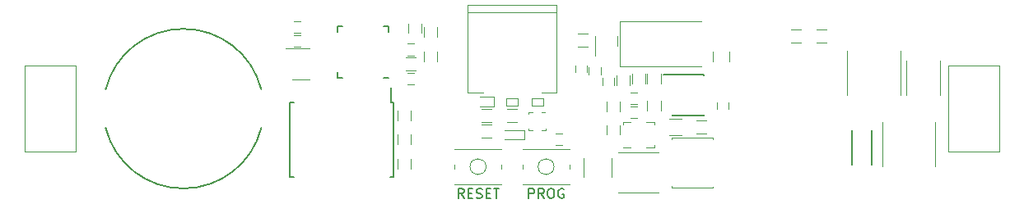
<source format=gbr>
G04 #@! TF.GenerationSoftware,KiCad,Pcbnew,(5.0.2)-1*
G04 #@! TF.CreationDate,2019-02-17T15:58:02-08:00*
G04 #@! TF.ProjectId,nixie_bottom_board,6e697869-655f-4626-9f74-746f6d5f626f,rev?*
G04 #@! TF.SameCoordinates,Original*
G04 #@! TF.FileFunction,Legend,Top*
G04 #@! TF.FilePolarity,Positive*
%FSLAX46Y46*%
G04 Gerber Fmt 4.6, Leading zero omitted, Abs format (unit mm)*
G04 Created by KiCad (PCBNEW (5.0.2)-1) date 2/17/2019 3:58:02 PM*
%MOMM*%
%LPD*%
G01*
G04 APERTURE LIST*
%ADD10C,0.200000*%
%ADD11C,0.150000*%
%ADD12C,0.120000*%
G04 APERTURE END LIST*
D10*
X151714285Y-109252380D02*
X151714285Y-108252380D01*
X152095238Y-108252380D01*
X152190476Y-108300000D01*
X152238095Y-108347619D01*
X152285714Y-108442857D01*
X152285714Y-108585714D01*
X152238095Y-108680952D01*
X152190476Y-108728571D01*
X152095238Y-108776190D01*
X151714285Y-108776190D01*
X153285714Y-109252380D02*
X152952380Y-108776190D01*
X152714285Y-109252380D02*
X152714285Y-108252380D01*
X153095238Y-108252380D01*
X153190476Y-108300000D01*
X153238095Y-108347619D01*
X153285714Y-108442857D01*
X153285714Y-108585714D01*
X153238095Y-108680952D01*
X153190476Y-108728571D01*
X153095238Y-108776190D01*
X152714285Y-108776190D01*
X153904761Y-108252380D02*
X154095238Y-108252380D01*
X154190476Y-108300000D01*
X154285714Y-108395238D01*
X154333333Y-108585714D01*
X154333333Y-108919047D01*
X154285714Y-109109523D01*
X154190476Y-109204761D01*
X154095238Y-109252380D01*
X153904761Y-109252380D01*
X153809523Y-109204761D01*
X153714285Y-109109523D01*
X153666666Y-108919047D01*
X153666666Y-108585714D01*
X153714285Y-108395238D01*
X153809523Y-108300000D01*
X153904761Y-108252380D01*
X155285714Y-108300000D02*
X155190476Y-108252380D01*
X155047619Y-108252380D01*
X154904761Y-108300000D01*
X154809523Y-108395238D01*
X154761904Y-108490476D01*
X154714285Y-108680952D01*
X154714285Y-108823809D01*
X154761904Y-109014285D01*
X154809523Y-109109523D01*
X154904761Y-109204761D01*
X155047619Y-109252380D01*
X155142857Y-109252380D01*
X155285714Y-109204761D01*
X155333333Y-109157142D01*
X155333333Y-108823809D01*
X155142857Y-108823809D01*
X145047619Y-109252380D02*
X144714285Y-108776190D01*
X144476190Y-109252380D02*
X144476190Y-108252380D01*
X144857142Y-108252380D01*
X144952380Y-108300000D01*
X145000000Y-108347619D01*
X145047619Y-108442857D01*
X145047619Y-108585714D01*
X145000000Y-108680952D01*
X144952380Y-108728571D01*
X144857142Y-108776190D01*
X144476190Y-108776190D01*
X145476190Y-108728571D02*
X145809523Y-108728571D01*
X145952380Y-109252380D02*
X145476190Y-109252380D01*
X145476190Y-108252380D01*
X145952380Y-108252380D01*
X146333333Y-109204761D02*
X146476190Y-109252380D01*
X146714285Y-109252380D01*
X146809523Y-109204761D01*
X146857142Y-109157142D01*
X146904761Y-109061904D01*
X146904761Y-108966666D01*
X146857142Y-108871428D01*
X146809523Y-108823809D01*
X146714285Y-108776190D01*
X146523809Y-108728571D01*
X146428571Y-108680952D01*
X146380952Y-108633333D01*
X146333333Y-108538095D01*
X146333333Y-108442857D01*
X146380952Y-108347619D01*
X146428571Y-108300000D01*
X146523809Y-108252380D01*
X146761904Y-108252380D01*
X146904761Y-108300000D01*
X147333333Y-108728571D02*
X147666666Y-108728571D01*
X147809523Y-109252380D02*
X147333333Y-109252380D01*
X147333333Y-108252380D01*
X147809523Y-108252380D01*
X148095238Y-108252380D02*
X148666666Y-108252380D01*
X148380952Y-109252380D02*
X148380952Y-108252380D01*
D11*
G04 #@! TO.C,U2*
X132025000Y-96775000D02*
X132550000Y-96775000D01*
X132025000Y-91525000D02*
X132550000Y-91525000D01*
X137275000Y-91525000D02*
X136750000Y-91525000D01*
X137275000Y-96775000D02*
X136750000Y-96775000D01*
X132025000Y-91525000D02*
X132025000Y-92050000D01*
X137275000Y-91525000D02*
X137275000Y-92050000D01*
X132025000Y-96775000D02*
X132025000Y-96250000D01*
D12*
G04 #@! TO.C,SW1*
X144100000Y-106200000D02*
X144100000Y-105800000D01*
X148900000Y-106200000D02*
X148900000Y-105800000D01*
X144100000Y-104200000D02*
X148900000Y-104200000D01*
X148900000Y-107800000D02*
X144100000Y-107800000D01*
X147324621Y-106000000D02*
G75*
G03X147324621Y-106000000I-824621J0D01*
G01*
G04 #@! TO.C,U5*
X127400000Y-97010000D02*
X129200000Y-97010000D01*
X129200000Y-93790000D02*
X126750000Y-93790000D01*
G04 #@! TO.C,C11*
X157320000Y-105100000D02*
X157320000Y-107100000D01*
X160280000Y-107100000D02*
X160280000Y-105100000D01*
G04 #@! TO.C,R20*
X181300000Y-91820000D02*
X182300000Y-91820000D01*
X182300000Y-93180000D02*
X181300000Y-93180000D01*
G04 #@! TO.C,R21*
X178700000Y-91820000D02*
X179700000Y-91820000D01*
X179700000Y-93180000D02*
X178700000Y-93180000D01*
G04 #@! TO.C,L1*
X165100000Y-108700000D02*
X160900000Y-108700000D01*
X165100000Y-104500000D02*
X160900000Y-104500000D01*
G04 #@! TO.C,C17*
X157700000Y-95550000D02*
X157700000Y-96250000D01*
X156500000Y-96250000D02*
X156500000Y-95550000D01*
G04 #@! TO.C,D5*
X151300000Y-103200000D02*
X149200000Y-103200000D01*
X151300000Y-102200000D02*
X149200000Y-102200000D01*
X151300000Y-103200000D02*
X151300000Y-102200000D01*
G04 #@! TO.C,R13*
X146900000Y-101620000D02*
X147900000Y-101620000D01*
X147900000Y-102980000D02*
X146900000Y-102980000D01*
G04 #@! TO.C,J1*
X154600000Y-90010000D02*
X145400000Y-90010000D01*
X154600000Y-89310000D02*
X145400000Y-89310000D01*
X154600000Y-98300000D02*
X153000000Y-98300000D01*
X154600000Y-98300000D02*
X154600000Y-89310000D01*
X145400000Y-98300000D02*
X145400000Y-89310000D01*
X147000000Y-98300000D02*
X145400000Y-98300000D01*
G04 #@! TO.C,C12*
X139250000Y-96300000D02*
X139950000Y-96300000D01*
X139950000Y-97500000D02*
X139250000Y-97500000D01*
G04 #@! TO.C,C13*
X139950000Y-94500000D02*
X139250000Y-94500000D01*
X139250000Y-93300000D02*
X139950000Y-93300000D01*
D11*
G04 #@! TO.C,U4*
X137825000Y-99325000D02*
X137550000Y-99325000D01*
X137825000Y-107075000D02*
X137470000Y-107075000D01*
X127175000Y-107075000D02*
X127530000Y-107075000D01*
X127175000Y-99325000D02*
X127530000Y-99325000D01*
X137825000Y-99325000D02*
X137825000Y-107075000D01*
X127175000Y-99325000D02*
X127175000Y-107075000D01*
X137550000Y-99325000D02*
X137550000Y-97800000D01*
D12*
G04 #@! TO.C,R1*
X150500000Y-101380000D02*
X149500000Y-101380000D01*
X149500000Y-100020000D02*
X150500000Y-100020000D01*
G04 #@! TO.C,J4*
X99900000Y-104450000D02*
X99900000Y-95550000D01*
X105100000Y-104450000D02*
X99900000Y-104450000D01*
X105100000Y-95550000D02*
X105100000Y-104450000D01*
X99900000Y-95550000D02*
X105100000Y-95550000D01*
G04 #@! TO.C,J3*
X194900000Y-104450000D02*
X194900000Y-95550000D01*
X200100000Y-104450000D02*
X194900000Y-104450000D01*
X200100000Y-95550000D02*
X200100000Y-104450000D01*
X194900000Y-95550000D02*
X200100000Y-95550000D01*
G04 #@! TO.C,U1*
X153050000Y-100400000D02*
X153400000Y-100400000D01*
X151700000Y-100400000D02*
X152150000Y-100400000D01*
X151700000Y-100500000D02*
X151700000Y-100400000D01*
X151700000Y-102200000D02*
X151700000Y-102100000D01*
X152150000Y-102200000D02*
X151700000Y-102200000D01*
X153500000Y-102200000D02*
X153050000Y-102200000D01*
X153500000Y-102100000D02*
X153500000Y-102200000D01*
G04 #@! TO.C,U3*
X162200000Y-104050000D02*
X161400000Y-104050000D01*
X161400000Y-101350000D02*
X161400000Y-101650000D01*
X162200000Y-101350000D02*
X161400000Y-101350000D01*
X164600000Y-104050000D02*
X163800000Y-104050000D01*
X164600000Y-103750000D02*
X164600000Y-104050000D01*
X164600000Y-101350000D02*
X163800000Y-101350000D01*
X164600000Y-101650000D02*
X164600000Y-101350000D01*
G04 #@! TO.C,SW2*
X151100000Y-106200000D02*
X151100000Y-105800000D01*
X155900000Y-106200000D02*
X155900000Y-105800000D01*
X151100000Y-104200000D02*
X155900000Y-104200000D01*
X155900000Y-107800000D02*
X151100000Y-107800000D01*
X154324621Y-106000000D02*
G75*
G03X154324621Y-106000000I-824621J0D01*
G01*
G04 #@! TO.C,D2*
X153200000Y-98900000D02*
X153200000Y-99700000D01*
X152000000Y-98900000D02*
X153200000Y-98900000D01*
X152000000Y-99700000D02*
X152000000Y-98900000D01*
X153200000Y-99700000D02*
X152000000Y-99700000D01*
G04 #@! TO.C,D3*
X149400000Y-99700000D02*
X149400000Y-98900000D01*
X150600000Y-99700000D02*
X149400000Y-99700000D01*
X150600000Y-98900000D02*
X150600000Y-99700000D01*
X149400000Y-98900000D02*
X150600000Y-98900000D01*
G04 #@! TO.C,D1*
X148100000Y-98800000D02*
X146700000Y-98800000D01*
X148100000Y-99800000D02*
X148100000Y-98800000D01*
X146700000Y-99800000D02*
X148100000Y-99800000D01*
G04 #@! TO.C,C16*
X128250000Y-92200000D02*
X127550000Y-92200000D01*
X127550000Y-91000000D02*
X128250000Y-91000000D01*
G04 #@! TO.C,R3*
X147900000Y-101380000D02*
X146900000Y-101380000D01*
X146900000Y-100020000D02*
X147900000Y-100020000D01*
G04 #@! TO.C,C3*
X162850000Y-101000000D02*
X162150000Y-101000000D01*
X162150000Y-99800000D02*
X162850000Y-99800000D01*
G04 #@! TO.C,C1*
X161075000Y-90950000D02*
X169475000Y-90950000D01*
X161075000Y-95650000D02*
X169475000Y-95650000D01*
X161075000Y-90950000D02*
X161075000Y-95650000D01*
G04 #@! TO.C,Q1*
X166385000Y-103000000D02*
X166385000Y-103200000D01*
X170685000Y-103000000D02*
X166385000Y-103000000D01*
X170685000Y-103150000D02*
X170685000Y-103000000D01*
X170685000Y-108200000D02*
X170685000Y-108050000D01*
X166385000Y-108200000D02*
X170685000Y-108200000D01*
X166385000Y-108000000D02*
X166385000Y-108200000D01*
G04 #@! TO.C,C15*
X128250000Y-93600000D02*
X127550000Y-93600000D01*
X127550000Y-92400000D02*
X128250000Y-92400000D01*
G04 #@! TO.C,C14*
X155150000Y-103800000D02*
X154450000Y-103800000D01*
X154450000Y-102600000D02*
X155150000Y-102600000D01*
G04 #@! TO.C,C2*
X159100000Y-95750000D02*
X159100000Y-96450000D01*
X157900000Y-96450000D02*
X157900000Y-95750000D01*
G04 #@! TO.C,C6*
X162850000Y-99500000D02*
X162150000Y-99500000D01*
X162150000Y-98300000D02*
X162850000Y-98300000D01*
G04 #@! TO.C,C4*
X170650000Y-94100000D02*
X170650000Y-95100000D01*
X172350000Y-95100000D02*
X172350000Y-94100000D01*
G04 #@! TO.C,C9*
X190570000Y-95000000D02*
X190570000Y-98600000D01*
X194030000Y-98600000D02*
X194030000Y-95000000D01*
G04 #@! TO.C,C8*
X193530000Y-106000000D02*
X193530000Y-101400000D01*
X188070000Y-101400000D02*
X188070000Y-106000000D01*
G04 #@! TO.C,R19*
X139580000Y-100200000D02*
X139580000Y-101200000D01*
X138220000Y-101200000D02*
X138220000Y-100200000D01*
G04 #@! TO.C,R18*
X139100000Y-94720000D02*
X140100000Y-94720000D01*
X140100000Y-96080000D02*
X139100000Y-96080000D01*
G04 #@! TO.C,R17*
X159720000Y-100300000D02*
X159720000Y-99300000D01*
X161080000Y-99300000D02*
X161080000Y-100300000D01*
G04 #@! TO.C,R16*
X159720000Y-102700000D02*
X159720000Y-101700000D01*
X161080000Y-101700000D02*
X161080000Y-102700000D01*
G04 #@! TO.C,C5*
X160500000Y-96850000D02*
X160500000Y-97550000D01*
X159300000Y-97550000D02*
X159300000Y-96850000D01*
G04 #@! TO.C,C7*
X171100000Y-100050000D02*
X171100000Y-99350000D01*
X172300000Y-99350000D02*
X172300000Y-100050000D01*
G04 #@! TO.C,R9*
X162320000Y-97400000D02*
X162320000Y-96400000D01*
X163680000Y-96400000D02*
X163680000Y-97400000D01*
G04 #@! TO.C,R6*
X165280000Y-99200000D02*
X165280000Y-100200000D01*
X163920000Y-100200000D02*
X163920000Y-99200000D01*
G04 #@! TO.C,R7*
X160720000Y-97600000D02*
X160720000Y-96600000D01*
X162080000Y-96600000D02*
X162080000Y-97600000D01*
G04 #@! TO.C,R5*
X138220000Y-106200000D02*
X138220000Y-105200000D01*
X139580000Y-105200000D02*
X139580000Y-106200000D01*
G04 #@! TO.C,R2*
X142280000Y-94100000D02*
X142280000Y-95100000D01*
X140920000Y-95100000D02*
X140920000Y-94100000D01*
G04 #@! TO.C,R8*
X170000000Y-102580000D02*
X169000000Y-102580000D01*
X169000000Y-101220000D02*
X170000000Y-101220000D01*
G04 #@! TO.C,R10*
X165280000Y-96400000D02*
X165280000Y-97400000D01*
X163920000Y-97400000D02*
X163920000Y-96400000D01*
G04 #@! TO.C,C10*
X189930000Y-98600000D02*
X189930000Y-94000000D01*
X184470000Y-94000000D02*
X184470000Y-98600000D01*
G04 #@! TO.C,R4*
X139580000Y-102700000D02*
X139580000Y-103700000D01*
X138220000Y-103700000D02*
X138220000Y-102700000D01*
G04 #@! TO.C,R11*
X166200000Y-101020000D02*
X167400000Y-101020000D01*
X167400000Y-102780000D02*
X166200000Y-102780000D01*
D11*
G04 #@! TO.C,U6*
X166475000Y-96475000D02*
X165550000Y-96475000D01*
X166475000Y-100725000D02*
X169725000Y-100725000D01*
X166475000Y-96475000D02*
X169725000Y-96475000D01*
X166475000Y-100725000D02*
X166475000Y-100660000D01*
X169725000Y-100725000D02*
X169725000Y-100660000D01*
X169725000Y-96475000D02*
X169725000Y-96540000D01*
G04 #@! TO.C,D4*
X187000000Y-105800000D02*
X187000000Y-102200000D01*
X185000000Y-105800000D02*
X185000000Y-102200000D01*
D12*
G04 #@! TO.C,R12*
X142280000Y-91600000D02*
X142280000Y-92600000D01*
X140920000Y-92600000D02*
X140920000Y-91600000D01*
G04 #@! TO.C,R14*
X157800000Y-93580000D02*
X156800000Y-93580000D01*
X156800000Y-92220000D02*
X157800000Y-92220000D01*
G04 #@! TO.C,R15*
X140680000Y-91200000D02*
X140680000Y-92200000D01*
X139320000Y-92200000D02*
X139320000Y-91200000D01*
G04 #@! TO.C,U7*
X158580000Y-94500000D02*
X158580000Y-92500000D01*
X160820000Y-92500000D02*
X160820000Y-93500000D01*
D11*
G04 #@! TO.C,BT1*
X108200001Y-98000000D02*
G75*
G02X124199999Y-98000001I7999999J-2000000D01*
G01*
X124199999Y-102000000D02*
G75*
G02X108200001Y-101999999I-7999999J2000000D01*
G01*
G04 #@! TD*
M02*

</source>
